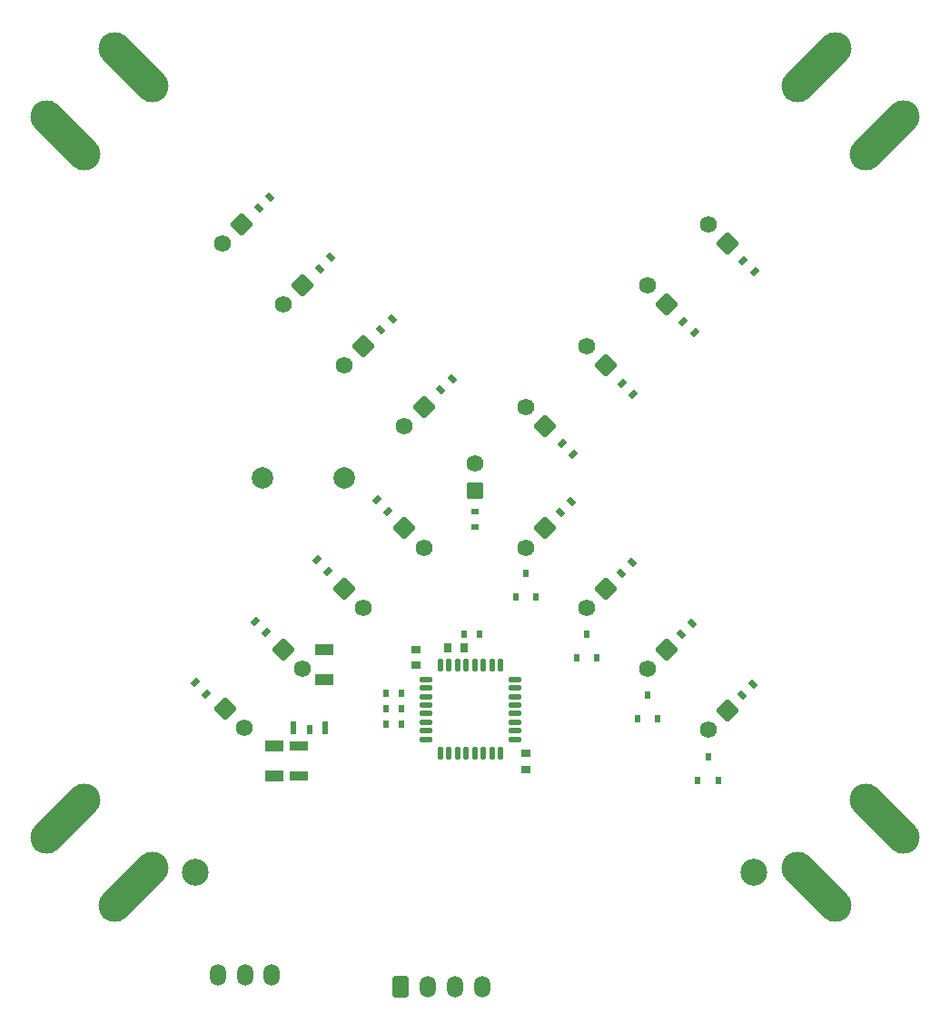
<source format=gbr>
%TF.GenerationSoftware,Altium Limited,Altium Designer,20.1.8 (145)*%
G04 Layer_Color=255*
%FSLAX45Y45*%
%MOMM*%
%TF.SameCoordinates,793C4F5F-A07E-474B-A886-B682DA88F124*%
%TF.FilePolarity,Positive*%
%TF.FileFunction,Pads,Bot*%
%TF.Part,Single*%
G01*
G75*
%TA.AperFunction,ComponentPad*%
%ADD13C,2.50000*%
G04:AMPARAMS|DCode=14|XSize=1.5mm|YSize=2mm|CornerRadius=0.75mm|HoleSize=0mm|Usage=FLASHONLY|Rotation=0.000|XOffset=0mm|YOffset=0mm|HoleType=Round|Shape=RoundedRectangle|*
%AMROUNDEDRECTD14*
21,1,1.50000,0.50000,0,0,0.0*
21,1,0.00000,2.00000,0,0,0.0*
1,1,1.50000,0.00000,-0.25000*
1,1,1.50000,0.00000,-0.25000*
1,1,1.50000,0.00000,0.25000*
1,1,1.50000,0.00000,0.25000*
%
%ADD14ROUNDEDRECTD14*%
G04:AMPARAMS|DCode=15|XSize=1.5mm|YSize=2mm|CornerRadius=0.15mm|HoleSize=0mm|Usage=FLASHONLY|Rotation=0.000|XOffset=0mm|YOffset=0mm|HoleType=Round|Shape=RoundedRectangle|*
%AMROUNDEDRECTD15*
21,1,1.50000,1.70000,0,0,0.0*
21,1,1.20000,2.00000,0,0,0.0*
1,1,0.30000,0.60000,-0.85000*
1,1,0.30000,-0.60000,-0.85000*
1,1,0.30000,-0.60000,0.85000*
1,1,0.30000,0.60000,0.85000*
%
%ADD15ROUNDEDRECTD15*%
G04:AMPARAMS|DCode=16|XSize=3mm|YSize=8mm|CornerRadius=1.5mm|HoleSize=0mm|Usage=FLASHONLY|Rotation=45.000|XOffset=0mm|YOffset=0mm|HoleType=Round|Shape=RoundedRectangle|*
%AMROUNDEDRECTD16*
21,1,3.00000,5.00000,0,0,45.0*
21,1,0.00000,8.00000,0,0,45.0*
1,1,3.00000,1.76777,-1.76777*
1,1,3.00000,1.76777,-1.76777*
1,1,3.00000,-1.76777,1.76777*
1,1,3.00000,-1.76777,1.76777*
%
%ADD16ROUNDEDRECTD16*%
%ADD17C,2.00000*%
G04:AMPARAMS|DCode=18|XSize=3mm|YSize=8mm|CornerRadius=1.5mm|HoleSize=0mm|Usage=FLASHONLY|Rotation=315.000|XOffset=0mm|YOffset=0mm|HoleType=Round|Shape=RoundedRectangle|*
%AMROUNDEDRECTD18*
21,1,3.00000,5.00000,0,0,315.0*
21,1,0.00000,8.00000,0,0,315.0*
1,1,3.00000,-1.76777,-1.76777*
1,1,3.00000,-1.76777,-1.76777*
1,1,3.00000,1.76777,1.76777*
1,1,3.00000,1.76777,1.76777*
%
%ADD18ROUNDEDRECTD18*%
%ADD19C,1.58000*%
G04:AMPARAMS|DCode=20|XSize=1.58mm|YSize=1.58mm|CornerRadius=0.158mm|HoleSize=0mm|Usage=FLASHONLY|Rotation=135.000|XOffset=0mm|YOffset=0mm|HoleType=Round|Shape=RoundedRectangle|*
%AMROUNDEDRECTD20*
21,1,1.58000,1.26400,0,0,135.0*
21,1,1.26400,1.58000,0,0,135.0*
1,1,0.31600,0.00000,0.89378*
1,1,0.31600,0.89378,0.00000*
1,1,0.31600,0.00000,-0.89378*
1,1,0.31600,-0.89378,0.00000*
%
%ADD20ROUNDEDRECTD20*%
G04:AMPARAMS|DCode=21|XSize=1.58mm|YSize=1.58mm|CornerRadius=0.158mm|HoleSize=0mm|Usage=FLASHONLY|Rotation=0.000|XOffset=0mm|YOffset=0mm|HoleType=Round|Shape=RoundedRectangle|*
%AMROUNDEDRECTD21*
21,1,1.58000,1.26400,0,0,0.0*
21,1,1.26400,1.58000,0,0,0.0*
1,1,0.31600,0.63200,-0.63200*
1,1,0.31600,-0.63200,-0.63200*
1,1,0.31600,-0.63200,0.63200*
1,1,0.31600,0.63200,0.63200*
%
%ADD21ROUNDEDRECTD21*%
G04:AMPARAMS|DCode=22|XSize=1.58mm|YSize=1.58mm|CornerRadius=0.158mm|HoleSize=0mm|Usage=FLASHONLY|Rotation=45.000|XOffset=0mm|YOffset=0mm|HoleType=Round|Shape=RoundedRectangle|*
%AMROUNDEDRECTD22*
21,1,1.58000,1.26400,0,0,45.0*
21,1,1.26400,1.58000,0,0,45.0*
1,1,0.31600,0.89378,0.00000*
1,1,0.31600,0.00000,-0.89378*
1,1,0.31600,-0.89378,0.00000*
1,1,0.31600,0.00000,0.89378*
%
%ADD22ROUNDEDRECTD22*%
%TA.AperFunction,SMDPad,CuDef*%
%ADD24R,0.60000X0.80000*%
G04:AMPARAMS|DCode=25|XSize=1.65mm|YSize=0.95mm|CornerRadius=0.00475mm|HoleSize=0mm|Usage=FLASHONLY|Rotation=180.000|XOffset=0mm|YOffset=0mm|HoleType=Round|Shape=RoundedRectangle|*
%AMROUNDEDRECTD25*
21,1,1.65000,0.94050,0,0,180.0*
21,1,1.64050,0.95000,0,0,180.0*
1,1,0.00950,-0.82025,0.47025*
1,1,0.00950,0.82025,0.47025*
1,1,0.00950,0.82025,-0.47025*
1,1,0.00950,-0.82025,-0.47025*
%
%ADD25ROUNDEDRECTD25*%
%ADD26O,1.25000X0.50000*%
%ADD27O,0.50000X1.25000*%
G04:AMPARAMS|DCode=28|XSize=0.75mm|YSize=0.55mm|CornerRadius=0.00275mm|HoleSize=0mm|Usage=FLASHONLY|Rotation=135.000|XOffset=0mm|YOffset=0mm|HoleType=Round|Shape=RoundedRectangle|*
%AMROUNDEDRECTD28*
21,1,0.75000,0.54450,0,0,135.0*
21,1,0.74450,0.55000,0,0,135.0*
1,1,0.00550,-0.07071,0.45573*
1,1,0.00550,0.45573,-0.07071*
1,1,0.00550,0.07071,-0.45573*
1,1,0.00550,-0.45573,0.07071*
%
%ADD28ROUNDEDRECTD28*%
G04:AMPARAMS|DCode=29|XSize=0.75mm|YSize=0.55mm|CornerRadius=0.00275mm|HoleSize=0mm|Usage=FLASHONLY|Rotation=225.000|XOffset=0mm|YOffset=0mm|HoleType=Round|Shape=RoundedRectangle|*
%AMROUNDEDRECTD29*
21,1,0.75000,0.54450,0,0,225.0*
21,1,0.74450,0.55000,0,0,225.0*
1,1,0.00550,-0.45573,-0.07071*
1,1,0.00550,0.07071,0.45573*
1,1,0.00550,0.45573,0.07071*
1,1,0.00550,-0.07071,-0.45573*
%
%ADD29ROUNDEDRECTD29*%
G04:AMPARAMS|DCode=30|XSize=0.5mm|YSize=1.2mm|CornerRadius=0.0025mm|HoleSize=0mm|Usage=FLASHONLY|Rotation=0.000|XOffset=0mm|YOffset=0mm|HoleType=Round|Shape=RoundedRectangle|*
%AMROUNDEDRECTD30*
21,1,0.50000,1.19500,0,0,0.0*
21,1,0.49500,1.20000,0,0,0.0*
1,1,0.00500,0.24750,-0.59750*
1,1,0.00500,-0.24750,-0.59750*
1,1,0.00500,-0.24750,0.59750*
1,1,0.00500,0.24750,0.59750*
%
%ADD30ROUNDEDRECTD30*%
G04:AMPARAMS|DCode=31|XSize=0.5mm|YSize=0.9mm|CornerRadius=0.0025mm|HoleSize=0mm|Usage=FLASHONLY|Rotation=0.000|XOffset=0mm|YOffset=0mm|HoleType=Round|Shape=RoundedRectangle|*
%AMROUNDEDRECTD31*
21,1,0.50000,0.89500,0,0,0.0*
21,1,0.49500,0.90000,0,0,0.0*
1,1,0.00500,0.24750,-0.44750*
1,1,0.00500,-0.24750,-0.44750*
1,1,0.00500,-0.24750,0.44750*
1,1,0.00500,0.24750,0.44750*
%
%ADD31ROUNDEDRECTD31*%
G04:AMPARAMS|DCode=32|XSize=0.75mm|YSize=0.55mm|CornerRadius=0.00275mm|HoleSize=0mm|Usage=FLASHONLY|Rotation=0.000|XOffset=0mm|YOffset=0mm|HoleType=Round|Shape=RoundedRectangle|*
%AMROUNDEDRECTD32*
21,1,0.75000,0.54450,0,0,0.0*
21,1,0.74450,0.55000,0,0,0.0*
1,1,0.00550,0.37225,-0.27225*
1,1,0.00550,-0.37225,-0.27225*
1,1,0.00550,-0.37225,0.27225*
1,1,0.00550,0.37225,0.27225*
%
%ADD32ROUNDEDRECTD32*%
G04:AMPARAMS|DCode=33|XSize=0.75mm|YSize=0.55mm|CornerRadius=0.00275mm|HoleSize=0mm|Usage=FLASHONLY|Rotation=270.000|XOffset=0mm|YOffset=0mm|HoleType=Round|Shape=RoundedRectangle|*
%AMROUNDEDRECTD33*
21,1,0.75000,0.54450,0,0,270.0*
21,1,0.74450,0.55000,0,0,270.0*
1,1,0.00550,-0.27225,-0.37225*
1,1,0.00550,-0.27225,0.37225*
1,1,0.00550,0.27225,0.37225*
1,1,0.00550,0.27225,-0.37225*
%
%ADD33ROUNDEDRECTD33*%
G04:AMPARAMS|DCode=34|XSize=0.85mm|YSize=0.6mm|CornerRadius=0.003mm|HoleSize=0mm|Usage=FLASHONLY|Rotation=0.000|XOffset=0mm|YOffset=0mm|HoleType=Round|Shape=RoundedRectangle|*
%AMROUNDEDRECTD34*
21,1,0.85000,0.59400,0,0,0.0*
21,1,0.84400,0.60000,0,0,0.0*
1,1,0.00600,0.42200,-0.29700*
1,1,0.00600,-0.42200,-0.29700*
1,1,0.00600,-0.42200,0.29700*
1,1,0.00600,0.42200,0.29700*
%
%ADD34ROUNDEDRECTD34*%
G04:AMPARAMS|DCode=35|XSize=0.85mm|YSize=0.6mm|CornerRadius=0.003mm|HoleSize=0mm|Usage=FLASHONLY|Rotation=270.000|XOffset=0mm|YOffset=0mm|HoleType=Round|Shape=RoundedRectangle|*
%AMROUNDEDRECTD35*
21,1,0.85000,0.59400,0,0,270.0*
21,1,0.84400,0.60000,0,0,270.0*
1,1,0.00600,-0.29700,-0.42200*
1,1,0.00600,-0.29700,0.42200*
1,1,0.00600,0.29700,0.42200*
1,1,0.00600,0.29700,-0.42200*
%
%ADD35ROUNDEDRECTD35*%
%ADD36R,1.72000X0.89000*%
D13*
X-2603500Y-3683000D02*
D03*
X2596500D02*
D03*
D14*
X71120Y-4752340D02*
D03*
X-182880D02*
D03*
X-436880D02*
D03*
X-2394840Y-4638040D02*
D03*
X-2144840D02*
D03*
X-1894840D02*
D03*
D15*
X-690880Y-4752340D02*
D03*
D16*
X3183570Y-3816431D02*
D03*
X3816431Y-3183570D02*
D03*
X-3816431Y3183570D02*
D03*
X-3183570Y3816431D02*
D03*
D17*
X-1982122Y-3613D02*
D03*
X-1222122D02*
D03*
D18*
X3816431Y3183570D02*
D03*
X3183570Y3816431D02*
D03*
X-3816431Y-3183570D02*
D03*
X-3183570Y-3816431D02*
D03*
D19*
X2172939Y-2352544D02*
D03*
X1607254Y-1786859D02*
D03*
X1041568Y-1221173D02*
D03*
X475883Y-655488D02*
D03*
X0Y127000D02*
D03*
X2172939Y2352544D02*
D03*
X1607254Y1786859D02*
D03*
X475883Y655488D02*
D03*
X1041568Y1221173D02*
D03*
X-655488Y475883D02*
D03*
X-2352544Y2172939D02*
D03*
X-1786859Y1607254D02*
D03*
X-1221173Y1041568D02*
D03*
X-2146300Y-2336800D02*
D03*
X-1607254Y-1786859D02*
D03*
X-475883Y-655488D02*
D03*
X-1041568Y-1221173D02*
D03*
D20*
X2352544Y-2172939D02*
D03*
X1786859Y-1607254D02*
D03*
X1221173Y-1041568D02*
D03*
X655488Y-475883D02*
D03*
X-475883Y655488D02*
D03*
X-2172939Y2352544D02*
D03*
X-1607254Y1786859D02*
D03*
X-1041568Y1221173D02*
D03*
D21*
X0Y-127000D02*
D03*
D22*
X2352544Y2172939D02*
D03*
X1786859Y1607254D02*
D03*
X655488Y475883D02*
D03*
X1221173Y1041568D02*
D03*
X-2325905Y-2157195D02*
D03*
X-1786859Y-1607254D02*
D03*
X-655488Y-475883D02*
D03*
X-1221173Y-1041568D02*
D03*
D24*
X1607254Y-2030479D02*
D03*
X1512254Y-2250479D02*
D03*
X1702254D02*
D03*
X2267939Y-2827800D02*
D03*
X2077939D02*
D03*
X2172939Y-2607800D02*
D03*
X570883Y-1119088D02*
D03*
X380883D02*
D03*
X475883Y-899088D02*
D03*
X1136568Y-1684800D02*
D03*
X946569D02*
D03*
X1041568Y-1464800D02*
D03*
D25*
X-1404620Y-1884680D02*
D03*
Y-1604680D02*
D03*
X-1869440Y-2786680D02*
D03*
Y-2506680D02*
D03*
D26*
X-453140Y-1884080D02*
D03*
Y-1964080D02*
D03*
Y-2044080D02*
D03*
Y-2124080D02*
D03*
Y-2204080D02*
D03*
Y-2284080D02*
D03*
Y-2364080D02*
D03*
Y-2444080D02*
D03*
X371860D02*
D03*
Y-2364080D02*
D03*
Y-2284080D02*
D03*
Y-2204080D02*
D03*
Y-2124080D02*
D03*
Y-2044080D02*
D03*
Y-1964080D02*
D03*
Y-1884080D02*
D03*
D27*
X-320640Y-2576580D02*
D03*
X-240640D02*
D03*
X-160640D02*
D03*
X-80640D02*
D03*
X-640D02*
D03*
X79360D02*
D03*
X159360D02*
D03*
X239360D02*
D03*
Y-1751580D02*
D03*
X159360D02*
D03*
X79360D02*
D03*
X-640D02*
D03*
X-80640D02*
D03*
X-160640D02*
D03*
X-240640D02*
D03*
X-320640D02*
D03*
D28*
X-1914229Y2612051D02*
D03*
X-2016760Y2509520D02*
D03*
X-214969Y915331D02*
D03*
X-317500Y812800D02*
D03*
X-773769Y1474131D02*
D03*
X-876300Y1371600D02*
D03*
X-1345269Y2045631D02*
D03*
X-1447800Y1943100D02*
D03*
X900091Y-230209D02*
D03*
X797560Y-332740D02*
D03*
X1463971Y-796629D02*
D03*
X1361440Y-899160D02*
D03*
X2027851Y-1363049D02*
D03*
X1925320Y-1465580D02*
D03*
X2591731Y-1929469D02*
D03*
X2489200Y-2032000D02*
D03*
D29*
X-2604431Y-1916769D02*
D03*
X-2501900Y-2019300D02*
D03*
X915331Y214969D02*
D03*
X812800Y317500D02*
D03*
X1474131Y773769D02*
D03*
X1371600Y876300D02*
D03*
X2045631Y1345269D02*
D03*
X1943100Y1447800D02*
D03*
X2604431Y1916769D02*
D03*
X2501900Y2019300D02*
D03*
X-915331Y-214969D02*
D03*
X-812800Y-317500D02*
D03*
X-1474131Y-773769D02*
D03*
X-1371600Y-876300D02*
D03*
X-2045631Y-1345269D02*
D03*
X-1943100Y-1447800D02*
D03*
D30*
X-1694320Y-2334480D02*
D03*
X-1394320D02*
D03*
D31*
X-1544320Y-2349480D02*
D03*
D32*
X0Y-465340D02*
D03*
Y-320340D02*
D03*
D33*
X-830690Y-2302510D02*
D03*
X-685690D02*
D03*
X-830690Y-2157110D02*
D03*
X-685690D02*
D03*
X-104140Y-1465580D02*
D03*
X40860D02*
D03*
X-685690Y-2010410D02*
D03*
X-830690D02*
D03*
D34*
X471060Y-2576580D02*
D03*
Y-2721580D02*
D03*
X-551115Y-1750452D02*
D03*
Y-1605452D02*
D03*
D35*
X-104140Y-1595120D02*
D03*
X-249140D02*
D03*
D36*
X-1645920Y-2787680D02*
D03*
Y-2505680D02*
D03*
%TF.MD5,52fc916e48cf353e2d145d2d82495cea*%
M02*

</source>
